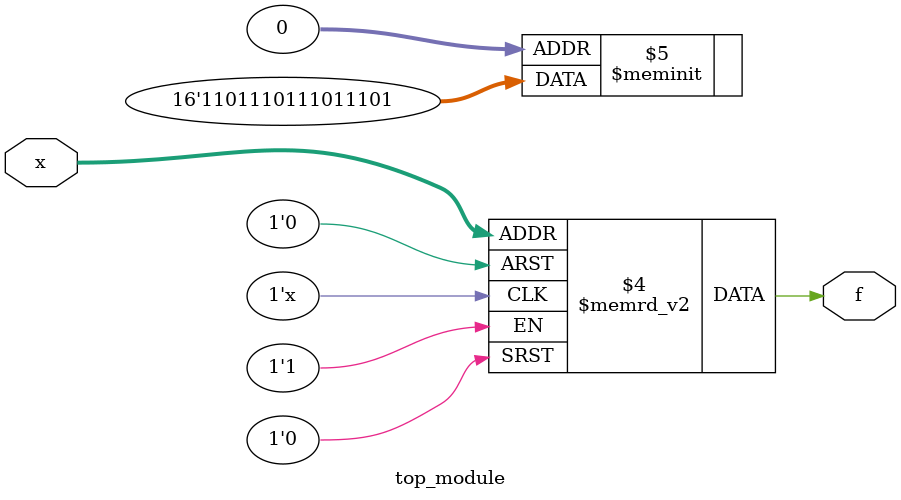
<source format=sv>
module top_module (
    input [4:1] x,
    output logic f
);

always_comb begin
    case ({x[4], x[3], x[2], x[1]})
        4'b0001: f = 0;
        4'b0011: f = 1;
        4'b0101: f = 0;
        4'b0111: f = 1;
        4'b1001: f = 0;
        4'b1011: f = 1;
        4'b1101: f = 0;
        4'b1111: f = 1;
        default: f = 1; // Don't-care condition, choose 1 as convenient
    endcase
end

endmodule

</source>
